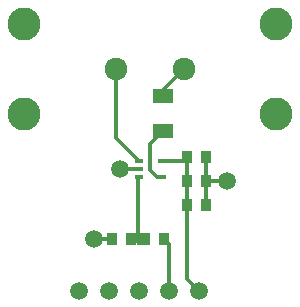
<source format=gtl>
G04 Layer_Physical_Order=1*
G04 Layer_Color=255*
%FSLAX43Y43*%
%MOMM*%
G71*
G01*
G75*
%ADD10R,0.750X0.400*%
%ADD11R,0.950X1.000*%
%ADD12R,1.800X1.150*%
%ADD13C,0.305*%
%ADD14C,0.300*%
%ADD15R,0.425X0.150*%
%ADD16C,1.920*%
%ADD17C,2.800*%
%ADD18C,1.500*%
D10*
X15984Y11550D02*
D03*
Y12850D02*
D03*
X14084Y11550D02*
D03*
Y12200D02*
D03*
Y12850D02*
D03*
D11*
X18125Y9200D02*
D03*
X19725D02*
D03*
X18125Y11200D02*
D03*
X19725D02*
D03*
X18125Y13200D02*
D03*
X19725D02*
D03*
X14600Y6300D02*
D03*
X16200D02*
D03*
X11800Y6300D02*
D03*
X13400D02*
D03*
D12*
X16100Y15400D02*
D03*
Y18400D02*
D03*
D13*
X18125Y2915D02*
X19140Y1900D01*
X18125Y2915D02*
Y9200D01*
X16600Y1900D02*
Y5900D01*
X16200Y6300D02*
X16600Y5900D01*
X18125Y9200D02*
Y11200D01*
Y13200D01*
X18125Y13200D02*
X18125Y13200D01*
X12100Y14834D02*
Y20700D01*
Y14834D02*
X14084Y12850D01*
X15550Y11550D02*
X15984D01*
X15000Y12100D02*
X15550Y11550D01*
X15000Y12100D02*
Y14300D01*
X16100Y15400D01*
Y18400D02*
Y18900D01*
X17900Y20700D01*
X14000Y6000D02*
Y11300D01*
D14*
X10275Y6300D02*
X11800D01*
X19725Y11200D02*
X19725Y11200D01*
X19725Y11200D02*
Y13200D01*
X19725Y9200D02*
Y11200D01*
X21475D01*
X17775Y12850D02*
X18125Y13200D01*
X15984Y12850D02*
X17775D01*
X12475Y12225D02*
X14059D01*
X14084Y12200D01*
D15*
X14087Y5875D02*
D03*
D16*
X17900Y20700D02*
D03*
X12100D02*
D03*
D17*
X25700Y24500D02*
D03*
Y16900D02*
D03*
X4300D02*
D03*
Y24500D02*
D03*
D18*
X19140Y1900D02*
D03*
X16600D02*
D03*
X8980D02*
D03*
X11520D02*
D03*
X14060D02*
D03*
X10275Y6300D02*
D03*
X21475Y11200D02*
D03*
X12475Y12225D02*
D03*
M02*

</source>
